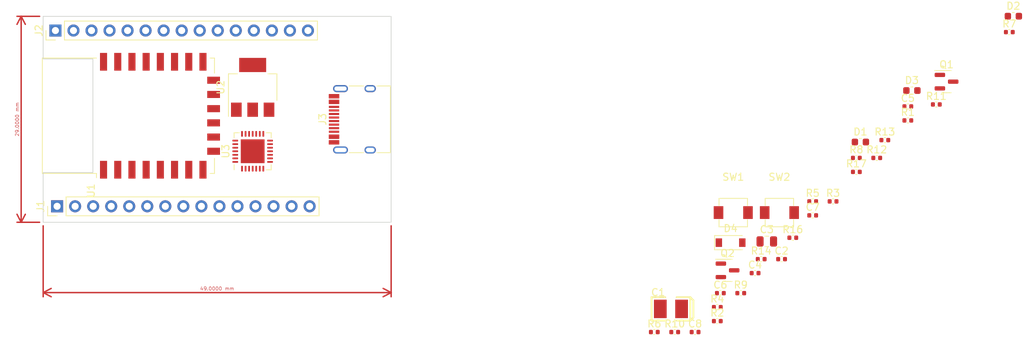
<source format=kicad_pcb>
(kicad_pcb (version 20211014) (generator pcbnew)
  (layers (0 "F.Cu" signal) (31 "B.Cu" signal) (34 "B.Paste" user) (35 "F.Paste" user) (36 "B.SilkS" user "B.Silkscreen") (37 "F.SilkS" user "F.Silkscreen") (38 "B.Mask" user) (39 "F.Mask" user) (44 "Edge.Cuts" user))
  (net 0 "")
  (net 1 "+3V3")
  (net 2 "GND")
  (net 3 "/nRST")
  (net 4 "+5VD")
  (net 5 "/VDDUSB")
  (net 6 "/GPIO16")
  (net 7 "Net-(D1-Pad2)")
  (net 8 "/TXD")
  (net 9 "Net-(D2-Pad2)")
  (net 10 "/RXD")
  (net 11 "Net-(D3-Pad2)")
  (net 12 "/ADC EX")
  (net 13 "/ADC")
  (net 15 "/GPIO10")
  (net 16 "/GPIO9")
  (net 17 "/SPI_INT")
  (net 18 "/SPI_MOSI")
  (net 19 "/SPI_MISO")
  (net 20 "/SPI_CLK")
  (net 21 "/EN")
  (net 22 "/GPIO5")
  (net 23 "/GPIO4")
  (net 24 "/GPIO0")
  (net 25 "/GPIO2")
  (net 26 "/GPIO14")
  (net 27 "/GPIO12")
  (net 28 "/GPIO13")
  (net 29 "/GPIO15")
  (net 31 "Net-(J3-PadA6)")
  (net 32 "Net-(J3-PadA7)")
  (net 36 "Net-(Q1-Pad1)")
  (net 37 "Net-(Q1-Pad2)")
  (net 38 "Net-(Q2-Pad1)")
  (net 39 "Net-(Q2-Pad2)")
  (net 40 "Net-(R7-Pad2)")
  (net 41 "Net-(R9-Pad2)")
  (net 42 "/DCD")
  (net 43 "/RI")
  (net 45 "Net-(R13-Pad2)")
  (net 46 "/ACTIVE")
  (net 48 "/CTS")
  (net 49 "/DSR")
  (footprint "Package_TO_SOT_SMD:SOT-23" (layer "F.Cu") (at 185.3684 133.768)
    (fp_text reference "Q2" (at 0 -2.4) (layer "F.SilkS"))
    (fp_text value "q2")
    (fp_line (start 0 -1.56) (end 0.65 -1.56) (layer "F.SilkS") (width 0.12))
    (fp_line (start 0 1.56) (end 0.65 1.56) (layer "F.SilkS") (width 0.12))
    (fp_line (start 0 -1.56) (end -1.675 -1.56) (layer "F.SilkS") (width 0.12))
    (fp_line (start 0 1.56) (end -0.65 1.56) (layer "F.SilkS") (width 0.12))
    (pad "1" smd roundrect (at -0.9375 -0.95) (size 1.475 0.6) (layers "F.Cu" "F.Paste" "F.Mask") (net 38 "Net-(Q2-Pad1)"))
    (pad "2" smd roundrect (at -0.9375 0.95) (size 1.475 0.6) (layers "F.Cu" "F.Paste" "F.Mask") (net 39 "Net-(Q2-Pad2)"))
    (pad "3" smd roundrect (at 0.9375 0) (size 1.475 0.6) (layers "F.Cu" "F.Paste" "F.Mask") (net 24 "/GPIO0"))
  )
  (footprint "Capacitor_SMD:C_0402_1005Metric" (layer "F.Cu") (at 210.7584 110.688)
    (fp_text reference "C5" (at 0 -1.16) (layer "F.SilkS"))
    (fp_text value "10uf")
    (fp_line (start -0.107836 0.36) (end 0.107836 0.36) (layer "F.SilkS") (width 0.12))
    (fp_line (start -0.107836 -0.36) (end 0.107836 -0.36) (layer "F.SilkS") (width 0.12))
    (pad "1" smd roundrect (at -0.48 0) (size 0.56 0.62) (layers "F.Cu" "F.Paste" "F.Mask") (net 1 "+3V3"))
    (pad "2" smd roundrect (at 0.48 0) (size 0.56 0.62) (layers "F.Cu" "F.Paste" "F.Mask") (net 2 "GND"))
  )
  (footprint "Capacitor_SMD:C_0603_1608Metric" (layer "F.Cu") (at 211.3284 108.448)
    (fp_text reference "D3" (at 0 -1.43) (layer "F.SilkS"))
    (fp_text value "RXD")
    (fp_line (start -0.14058 -0.51) (end 0.14058 -0.51) (layer "F.SilkS") (width 0.12))
    (fp_line (start -0.14058 0.51) (end 0.14058 0.51) (layer "F.SilkS") (width 0.12))
    (pad "1" smd roundrect (at -0.775 0) (size 0.9 0.95) (layers "F.Cu" "F.Paste" "F.Mask") (net 10 "/RXD"))
    (pad "2" smd roundrect (at 0.775 0) (size 0.9 0.95) (layers "F.Cu" "F.Paste" "F.Mask") (net 11 "Net-(D3-Pad2)"))
  )
  (footprint "Capacitor_SMD:C_0402_1005Metric" (layer "F.Cu") (at 189.2484 134.158)
    (fp_text reference "C4" (at 0 -1.16) (layer "F.SilkS"))
    (fp_text value "10uf")
    (fp_line (start -0.107836 0.36) (end 0.107836 0.36) (layer "F.SilkS") (width 0.12))
    (fp_line (start -0.107836 -0.36) (end 0.107836 -0.36) (layer "F.SilkS") (width 0.12))
    (pad "1" smd roundrect (at -0.48 0) (size 0.56 0.62) (layers "F.Cu" "F.Paste" "F.Mask") (net 1 "+3V3"))
    (pad "2" smd roundrect (at 0.48 0) (size 0.56 0.62) (layers "F.Cu" "F.Paste" "F.Mask") (net 2 "GND"))
  )
  (footprint "Capacitor_SMD:C_0402_1005Metric" (layer "F.Cu") (at 183.9284 140.918)
    (fp_text reference "R2" (at 0 -1.16) (layer "F.SilkS"))
    (fp_text value "470")
    (fp_line (start -0.107836 -0.36) (end 0.107836 -0.36) (layer "F.SilkS") (width 0.12))
    (fp_line (start -0.107836 0.36) (end 0.107836 0.36) (layer "F.SilkS") (width 0.12))
    (pad "1" smd roundrect (at -0.48 0) (size 0.56 0.62) (layers "F.Cu" "F.Paste" "F.Mask") (net 1 "+3V3"))
    (pad "2" smd roundrect (at 0.48 0) (size 0.56 0.62) (layers "F.Cu" "F.Paste" "F.Mask") (net 7 "Net-(D1-Pad2)"))
  )
  (footprint "Capacitor_SMD:C_0402_1005Metric" (layer "F.Cu") (at 200.2284 124.058)
    (fp_text reference "R3" (at 0 -1.16) (layer "F.SilkS"))
    (fp_text value "12K")
    (fp_line (start -0.107836 -0.36) (end 0.107836 -0.36) (layer "F.SilkS") (width 0.12))
    (fp_line (start -0.107836 0.36) (end 0.107836 0.36) (layer "F.SilkS") (width 0.12))
    (pad "1" smd roundrect (at -0.48 0) (size 0.56 0.62) (layers "F.Cu" "F.Paste" "F.Mask") (net 25 "/GPIO2"))
    (pad "2" smd roundrect (at 0.48 0) (size 0.56 0.62) (layers "F.Cu" "F.Paste" "F.Mask") (net 1 "+3V3"))
  )
  (footprint "myFootPrint:SMD,3x4x2mm" (layer "F.Cu") (at 186.1734 125.633)
    (fp_text reference "SW1" (at 0 -5 unlocked) (layer "F.SilkS"))
    (fp_text value "SW_Push")
    (fp_line (start 2 2) (end 2 1) (layer "F.SilkS") (width 0.12))
    (fp_line (start 2 -2) (end 2 -1) (layer "F.SilkS") (width 0.12))
    (fp_line (start -2 1) (end -2 2) (layer "F.SilkS") (width 0.12))
    (fp_line (start -2 2) (end 2 2) (layer "F.SilkS") (width 0.12))
    (fp_line (start -2 -1) (end -2 -2) (layer "F.SilkS") (width 0.12))
    (fp_line (start -2 -2) (end 2 -2) (layer "F.SilkS") (width 0.12))
    (pad "1" smd rect (at -2.075 0) (size 1.35 1.8) (property pad_prop_bga) (layers "F.Cu" "F.Paste" "F.Mask") (net 40 "Net-(R7-Pad2)"))
    (pad "2" smd rect (at 2.075 0) (size 1.35 1.8) (property pad_prop_bga) (layers "F.Cu" "F.Paste" "F.Mask") (net 2 "GND"))
  )
  (footprint "myFootPrint:SMD,3x4x2mm" (layer "F.Cu") (at 192.6734 125.633)
    (fp_text reference "SW2" (at 0 -5 unlocked) (layer "F.SilkS"))
    (fp_text value "SW_Push")
    (fp_line (start 2 -2) (end 2 -1) (layer "F.SilkS") (width 0.12))
    (fp_line (start 2 2) (end 2 1) (layer "F.SilkS") (width 0.12))
    (fp_line (start -2 -1) (end -2 -2) (layer "F.SilkS") (width 0.12))
    (fp_line (start -2 2) (end 2 2) (layer "F.SilkS") (width 0.12))
    (fp_line (start -2 1) (end -2 2) (layer "F.SilkS") (width 0.12))
    (fp_line (start -2 -2) (end 2 -2) (layer "F.SilkS") (width 0.12))
    (pad "1" smd rect (at -2.075 0) (size 1.35 1.8) (property pad_prop_bga) (layers "F.Cu" "F.Paste" "F.Mask") (net 41 "Net-(R9-Pad2)"))
    (pad "2" smd rect (at 2.075 0) (size 1.35 1.8) (property pad_prop_bga) (layers "F.Cu" "F.Paste" "F.Mask") (net 2 "GND"))
  )
  (footprint "Capacitor_SMD:C_0402_1005Metric" (layer "F.Cu") (at 184.3584 136.978)
    (fp_text reference "C6" (at 0 -1.16) (layer "F.SilkS"))
    (fp_text value "100nf")
    (fp_line (start -0.107836 0.36) (end 0.107836 0.36) (layer "F.SilkS") (width 0.12))
    (fp_line (start -0.107836 -0.36) (end 0.107836 -0.36) (layer "F.SilkS") (width 0.12))
    (pad "1" smd roundrect (at -0.48 0) (size 0.56 0.62) (layers "F.Cu" "F.Paste" "F.Mask") (net 1 "+3V3"))
    (pad "2" smd roundrect (at 0.48 0) (size 0.56 0.62) (layers "F.Cu" "F.Paste" "F.Mask") (net 2 "GND"))
  )
  (footprint "Connector_PinHeader_2.54mm:PinHeader_1x15_P2.54mm_Vertical" (layer "F.Cu") (at 90.725 100 90)
    (fp_text reference "J2" (at 0 -2.33 90) (layer "F.SilkS"))
    (fp_text value "J1")
    (fp_line (start -1.33 -1.33) (end 0 -1.33) (layer "F.SilkS") (width 0.12))
    (fp_line (start -1.33 1.27) (end 1.33 1.27) (layer "F.SilkS") (width 0.12))
    (fp_line (start -1.33 36.89) (end 1.33 36.89) (layer "F.SilkS") (width 0.12))
    (fp_line (start -1.33 1.27) (end -1.33 36.89) (layer "F.SilkS") (width 0.12))
    (fp_line (start 1.33 1.27) (end 1.33 36.89) (layer "F.SilkS") (width 0.12))
    (fp_line (start -1.33 0) (end -1.33 -1.33) (layer "F.SilkS") (width 0.12))
    (pad "1" thru_hole rect (at 0 0 90) (size 1.7 1.7) (drill 1) (layers *.Cu *.Mask) (net 6 "/GPIO16"))
    (pad "2" thru_hole oval (at 0 2.54 90) (size 1.7 1.7) (drill 1) (layers *.Cu *.Mask) (net 22 "/GPIO5"))
    (pad "3" thru_hole oval (at 0 5.08 90) (size 1.7 1.7) (drill 1) (layers *.Cu *.Mask) (net 23 "/GPIO4"))
    (pad "4" thru_hole oval (at 0 7.62 90) (size 1.7 1.7) (drill 1) (layers *.Cu *.Mask) (net 24 "/GPIO0"))
    (pad "5" thru_hole oval (at 0 10.16 90) (size 1.7 1.7) (drill 1) (layers *.Cu *.Mask) (net 25 "/GPIO2"))
    (pad "6" thru_hole oval (at 0 12.7 90) (size 1.7 1.7) (drill 1) (layers *.Cu *.Mask) (net 1 "+3V3"))
    (pad "7" thru_hole oval (at 0 15.24 90) (size 1.7 1.7) (drill 1) (layers *.Cu *.Mask) (net 2 "GND"))
    (pad "8" thru_hole oval (at 0 17.78 90) (size 1.7 1.7) (drill 1) (layers *.Cu *.Mask) (net 26 "/GPIO14"))
    (pad "9" thru_hole oval (at 0 20.32 90) (size 1.7 1.7) (drill 1) (layers *.Cu *.Mask) (net 27 "/GPIO12"))
    (pad "10" thru_hole oval (at 0 22.86 90) (size 1.7 1.7) (drill 1) (layers *.Cu *.Mask) (net 28 "/GPIO13"))
    (pad "11" thru_hole oval (at 0 25.4 90) (size 1.7 1.7) (drill 1) (layers *.Cu *.Mask) (net 29 "/GPIO15"))
    (pad "12" thru_hole oval (at 0 27.94 90) (size 1.7 1.7) (drill 1) (layers *.Cu *.Mask) (net 10 "/RXD"))
    (pad "13" thru_hole oval (at 0 30.48 90) (size 1.7 1.7) (drill 1) (layers *.Cu *.Mask) (net 8 "/TXD"))
    (pad "14" thru_hole oval (at 0 33.02 90) (size 1.7 1.7) (drill 1) (layers *.Cu *.Mask) (net 2 "GND"))
    (pad "15" thru_hole oval (at 0 35.56 90) (size 1.7 1.7) (drill 1) (layers *.Cu *.Mask) (net 1 "+3V3"))
  )
  (footprint "Capacitor_SMD:C_0402_1005Metric" (layer "F.Cu") (at 194.5584 129.178)
    (fp_text reference "R16" (at 0 -1.16) (layer "F.SilkS"))
    (fp_text value "220K(1%)")
    (fp_line (start -0.107836 -0.36) (end 0.107836 -0.36) (layer "F.SilkS") (width 0.12))
    (fp_line (start -0.107836 0.36) (end 0.107836 0.36) (layer "F.SilkS") (width 0.12))
    (pad "1" smd roundrect (at -0.48 0) (size 0.56 0.62) (layers "F.Cu" "F.Paste" "F.Mask") (net 13 "/ADC"))
    (pad "2" smd roundrect (at 0.48 0) (size 0.56 0.62) (layers "F.Cu" "F.Paste" "F.Mask") (net 12 "/ADC EX"))
  )
  (footprint "lc_lib:CASE-B_3528" (layer "F.Cu") (at 177.4 139.2)
    (fp_text reference "C1" (at -1.800219 -2.326276) (layer "F.SilkS"))
    (fp_text value "100uf")
    (fp_line (start 0.8 -1.65) (end 2.727 -1.65) (layer "F.SilkS") (width 0.254))
    (fp_line (start 3.163 1.2) (end 3.163 -1.2) (layer "F.SilkS") (width 0.254))
    (fp_line (start 0.8 1.65) (end 2.727 1.65) (layer "F.SilkS") (width 0.254))
    (fp_line (start 2.727 1.65) (end 2.727 -1.65) (layer "F.SilkS") (width 0.254))
    (fp_line (start -2.727 -1.65) (end -0.8 -1.65) (layer "F.SilkS") (width 0.254))
    (fp_line (start 2.727 -1.65) (end 3.163 -1.2) (layer "F.SilkS") (width 0.254))
    (fp_line (start -2.727 1.65) (end -0.8 1.65) (layer "F.SilkS") (width 0.254))
    (fp_line (start -2.727 1.65) (end -2.727 -1.65) (layer "F.SilkS") (width 0.254))
    (fp_line (start 2.727 1.65) (end 3.163 1.2) (layer "F.SilkS") (width 0.254))
    (pad "1" smd rect locked (at 1.5 0 180) (size 1.8 2.6) (layers "F.Cu" "F.Paste" "F.Mask") (net 1 "+3V3"))
    (pad "2" smd rect locked (at -1.5 0 180) (size 1.8 2.6) (layers "F.Cu" "F.Paste" "F.Mask") (net 2 "GND"))
  )
  (footprint "Capacitor_SMD:C_0603_1608Metric" (layer "F.Cu") (at 204.0784 115.698)
    (fp_text reference "D1" (at 0 -1.43) (layer "F.SilkS"))
    (fp_text value "3.3")
    (fp_line (start -0.14058 -0.51) (end 0.14058 -0.51) (layer "F.SilkS") (width 0.12))
    (fp_line (start -0.14058 0.51) (end 0.14058 0.51) (layer "F.SilkS") (width 0.12))
    (pad "1" smd roundrect (at -0.775 0) (size 0.9 0.95) (layers "F.Cu" "F.Paste" "F.Mask") (net 6 "/GPIO16"))
    (pad "2" smd roundrect (at 0.775 0) (size 0.9 0.95) (layers "F.Cu" "F.Paste" "F.Mask") (net 7 "Net-(D1-Pad2)"))
  )
  (footprint "Capacitor_SMD:C_0402_1005Metric" (layer "F.Cu") (at 203.5084 119.908)
    (fp_text reference "R17" (at 0 -1.16) (layer "F.SilkS"))
    (fp_text value "100K(1%)")
    (fp_line (start -0.107836 -0.36) (end 0.107836 -0.36) (layer "F.SilkS") (width 0.12))
    (fp_line (start -0.107836 0.36) (end 0.107836 0.36) (layer "F.SilkS") (width 0.12))
    (pad "1" smd roundrect (at -0.48 0) (size 0.56 0.62) (layers "F.Cu" "F.Paste" "F.Mask") (net 13 "/ADC"))
    (pad "2" smd roundrect (at 0.48 0) (size 0.56 0.62) (layers "F.Cu" "F.Paste" "F.Mask") (net 2 "GND"))
  )
  (footprint "Capacitor_SMD:C_0402_1005Metric" (layer "F.Cu") (at 197.3584 124.058)
    (fp_text reference "R5" (at 0 -1.16) (layer "F.SilkS"))
    (fp_text value "1k")
    (fp_line (start -0.107836 -0.36) (end 0.107836 -0.36) (layer "F.SilkS") (width 0.12))
    (fp_line (start -0.107836 0.36) (end 0.107836 0.36) (layer "F.SilkS") (width 0.12))
    (pad "1" smd roundrect (at -0.48 0) (size 0.56 0.62) (layers "F.Cu" "F.Paste" "F.Mask") (net 1 "+3V3"))
    (pad "2" smd roundrect (at 0.48 0) (size 0.56 0.62) (layers "F.Cu" "F.Paste" "F.Mask") (net 11 "Net-(D3-Pad2)"))
  )
  (footprint "Package_TO_SOT_SMD:SOT-23" (layer "F.Cu") (at 216.2084 107.198)
    (fp_text reference "Q1" (at 0 -2.4) (layer "F.SilkS"))
    (fp_text value "q1")
    (fp_line (start 0 -1.56) (end 0.65 -1.56) (layer "F.SilkS") (width 0.12))
    (fp_line (start 0 1.56) (end -0.65 1.56) (layer "F.SilkS") (width 0.12))
    (fp_line (start 0 1.56) (end 0.65 1.56) (layer "F.SilkS") (width 0.12))
    (fp_line (start 0 -1.56) (end -1.675 -1.56) (layer "F.SilkS") (width 0.12))
    (pad "1" smd roundrect (at -0.9375 -0.95) (size 1.475 0.6) (layers "F.Cu" "F.Paste" "F.Mask") (net 36 "Net-(Q1-Pad1)"))
    (pad "2" smd roundrect (at -0.9375 0.95) (size 1.475 0.6) (layers "F.Cu" "F.Paste" "F.Mask") (net 37 "Net-(Q1-Pad2)"))
    (pad "3" smd roundrect (at 0.9375 0) (size 1.475 0.6) (layers "F.Cu" "F.Paste" "F.Mask") (net 3 "/nRST"))
  )
  (footprint "Capacitor_SMD:C_0402_1005Metric" (layer "F.Cu") (at 197.3584 126.028)
    (fp_text reference "C7" (at 0 -1.16) (layer "F.SilkS"))
    (fp_text value "100nf")
    (fp_line (start -0.107836 0.36) (end 0.107836 0.36) (layer "F.SilkS") (width 0.12))
    (fp_line (start -0.107836 -0.36) (end 0.107836 -0.36) (layer "F.SilkS") (width 0.12))
    (pad "1" smd roundrect (at -0.48 0) (size 0.56 0.62) (layers "F.Cu" "F.Paste" "F.Mask") (net 5 "/VDDUSB"))
    (pad "2" smd roundrect (at 0.48 0) (size 0.56 0.62) (layers "F.Cu" "F.Paste" "F.Mask") (net 2 "GND"))
  )
  (footprint "Diode_SMD:D_SOD-123" (layer "F.Cu") (at 185.7984 129.868)
    (fp_text reference "D4" (at 0 -2) (layer "F.SilkS"))
    (fp_text value "B120-E3")
    (fp_line (start -2.25 1) (end 1.65 1) (layer "F.SilkS") (width 0.12))
    (fp_line (start -2.25 -1) (end 1.65 -1) (layer "F.SilkS") (width 0.12))
    (fp_line (start -2.25 -1) (end -2.25 1) (layer "F.SilkS") (width 0.12))
    (pad "1" smd rect (at -1.65 0) (size 0.9 1.2) (layers "F.Cu" "F.Paste" "F.Mask") (net 4 "+5VD"))
    (pad "2" smd rect (at 1.65 0) (size 0.9 1.2) (layers "F.Cu" "F.Paste" "F.Mask") (net 5 "/VDDUSB"))
  )
  (footprint "Capacitor_SMD:C_0402_1005Metric" (layer "F.Cu") (at 206.3784 117.938)
    (fp_text reference "R12" (at 0 -1.16) (layer "F.SilkS"))
    (fp_text value "12K")
    (fp_line (start -0.107836 -0.36) (end 0.107836 -0.36) (layer "F.SilkS") (width 0.12))
    (fp_line (start -0.107836 0.36) (end 0.107836 0.36) (layer "F.SilkS") (width 0.12))
    (pad "1" smd roundrect (at -0.48 0) (size 0.56 0.62) (layers "F.Cu" "F.Paste" "F.Mask") (net 36 "Net-(Q1-Pad1)"))
    (pad "2" smd roundrect (at 0.48 0) (size 0.56 0.62) (layers "F.Cu" "F.Paste" "F.Mask") (net 39 "Net-(Q2-Pad2)"))
  )
  (footprint "RF_Module:ESP-12E" (layer "F.Cu") (at 101 112 90)
    (fp_text reference "U1" (at -10.56 -5.26 90) (layer "F.SilkS"))
    (fp_text value "ESP-12E")
    (fp_line (start -6 12.12) (end -8.12 12.12) (layer "F.SilkS") (width 0.12))
    (fp_line (start -8.12 12.12) (end -8.12 11.5) (layer "F.SilkS") (width 0.12))
    (fp_line (start 8.12 12.12) (end 6 12.12) (layer "F.SilkS") (width 0.12))
    (fp_line (start -8.12 -4.5) (end -8.12 -12.12) (layer "F.SilkS") (width 0.12))
    (fp_line (start 8.12 -12.12) (end 8.12 -4.5) (layer "F.SilkS") (width 0.12))
    (fp_line (start 8.12 11.5) (end 8.12 12.12) (layer "F.SilkS") (width 0.12))
    (fp_line (start -8.12 -4.5) (end -8.73 -4.5) (layer "F.SilkS") (width 0.12))
    (fp_line (start -8.12 -12.12) (end 8.12 -12.12) (layer "F.SilkS") (width 0.12))
    (pad "1" smd rect (at -7.6 -3.5 90) (size 2.5 1) (layers "F.Cu" "F.Paste" "F.Mask") (net 3 "/nRST"))
    (pad "2" smd rect (at -7.6 -1.5 90) (size 2.5 1) (layers "F.Cu" "F.Paste" "F.Mask") (net 13 "/ADC"))
    (pad "3" smd rect (at -7.6 0.5 90) (size 2.5 1) (layers "F.Cu" "F.Paste" "F.Mask") (net 21 "/EN"))
    (pad "4" smd rect (at -7.6 2.5 90) (size 2.5 1) (layers "F.Cu" "F.Paste" "F.Mask") (net 6 "/GPIO16"))
    (pad "5" smd rect (at -7.6 4.5 90) (size 2.5 1) (layers "F.Cu" "F.Paste" "F.Mask") (net 26 "/GPIO14"))
    (pad "6" smd rect (at -7.6 6.5 90) (size 2.5 1) (layers "F.Cu" "F.Paste" "F.Mask") (net 27 "/GPIO12"))
    (pad "7" smd rect (at -7.6 8.5 90) (size 2.5 1) (layers "F.Cu" "F.Paste" "F.Mask") (net 28 "/GPIO13"))
    (pad "8" smd rect (at -7.6 10.5 90) (size 2.5 1) (layers "F.Cu" "F.Paste" "F.Mask") (net 1 "+3V3"))
    (pad "9" smd rect (at -5 12 90) (size 1 1.8) (layers "F.Cu" "F.Paste" "F.Mask") (net 18 "/SPI_MOSI"))
    (pad "10" smd rect (at -3 12 90) (size 1 1.8) (layers "F.Cu" "F.Paste" "F.Mask") (net 19 "/SPI_MISO"))
    (pad "11" smd rect (at -1 12 90) (size 1 1.8) (layers "F.Cu" "F.Paste" "F.Mask") (net 16 "/GPIO9"))
    (pad "12" smd rect (at 1 12 90) (size 1 1.8) (layers "F.Cu" "F.Paste" "F.Mask") (net 15 "/GPIO10"))
    (pad "13" smd rect (at 3 12 90) (size 1 1.8) (layers "F.Cu" "F.Paste" "F.Mask") (net 17 "/SPI_INT"))
    (pad "14" smd rect (at 5 12 90) (size 1 1.8) (layers "F.Cu" "F.Paste" "F.Mask") (net 20 "/SPI_CLK"))
    (pad "15" smd rect (at 7.6 10.5 90) (size 2.5 1) (layers "F.Cu" "F.Paste" "F.Mask") (net 2 "GND"))
    (pad "16" smd rect (at 7.6 8.5 90) (size 2.5 1) (layers "F.Cu" "F.Paste" "F.Mask") (net 29 "/GPIO15"))
    (pad "17" smd rect (at 7.6 6.5 90) (size 2.5 1) (layers "F.Cu" "F.Paste" "F.Mask") (net 25 "/GPIO2"))
    (pad "18" smd rect (at 7.6 4.5 90) (size 2.5 1) (layers "F.Cu" "F.Paste" "F.Mask") (net 24 "/GPIO0"))
    (pad "19" smd rect (at 7.6 2.5 90) (size 2.5 1) (layers "F.Cu" "F.Paste" "F.Mask") (net 23 "/GPIO4"))
    (pad "20" smd rect (at 7.6 0.5 90) (size 2.5 1) (layers "F.Cu" "F.Paste" "F.Mask") (net 22 "/GPIO5"))
    (pad "21" smd rect (at 7.6 -1.5 90) (size 2.5 1) (layers "F.Cu" "F.Paste" "F.Mask") (net 10 "/RXD"))
    (pad "22" smd rect (at 7.6 -3.5 90) (size 2.5 1) (layers "F.Cu" "F.Paste" "F.Mask") (net 8 "/TXD"))
  )
  (footprint "Package_TO_SOT_SMD:SOT-223" (layer "F.Cu") (at 118.5 108 90)
    (fp_text reference "U2" (at 0 -4.5 90) (layer "F.SilkS"))
    (fp_text value "NCP1117-1.5_SOT223")
    (fp_line (start 1.91 3.41) (end 1.91 2.15) (layer "F.SilkS") (width 0.12))
    (fp_line (start -1.85 3.41) (end 1.91 3.41) (layer "F.SilkS") (width 0.12))
    (fp_line (start -4.1 -3.41) (end 1.91 -3.41) (layer "F.SilkS") (width 0.12))
    (fp_line (start 1.91 -3.41) (end 1.91 -2.15) (layer "F.SilkS") (width 0.12))
    (pad "1" smd rect (at -3.15 -2.3 90) (size 2 1.5) (layers "F.Cu" "F.Paste" "F.Mask") (net 2 "GND"))
    (pad "2" smd rect (at -3.15 0 90) (size 2 1.5) (layers "F.Cu" "F.Paste" "F.Mask") (net 1 "+3V3"))
    (pad "3" smd rect (at -3.15 2.3 90) (size 2 1.5) (layers "F.Cu" "F.Paste" "F.Mask") (net 4 "+5VD"))
    (pad "4" smd rect (at 3.15 0 90) (size 2 3.8) (layers "F.Cu" "F.Paste" "F.Mask"))
  )
  (footprint "Capacitor_SMD:C_0402_1005Metric" (layer "F.Cu") (at 210.7584 112.658)
    (fp_text reference "R1" (at 0 -1.16) (layer "F.SilkS"))
    (fp_text value "12K")
    (fp_line (start -0.107836 0.36) (end 0.107836 0.36) (layer "F.SilkS") (width 0.12))
    (fp_line (start -0.107836 -0.36) (end 0.107836 -0.36) (layer "F.SilkS") (width 0.12))
    (pad "1" smd roundrect (at -0.48 0) (size 0.56 0.62) (layers "F.Cu" "F.Paste" "F.Mask") (net 24 "/GPIO0"))
    (pad "2" smd roundrect (at 0.48 0) (size 0.56 0.62) (layers "F.Cu" "F.Paste" "F.Mask") (net 1 "+3V3"))
  )
  (footprint "Capacitor_SMD:C_0402_1005Metric" (layer "F.Cu") (at 192.9784 132.188)
    (fp_text reference "C2" (at 0 -1.16) (layer "F.SilkS"))
    (fp_text value "100nf")
    (fp_line (start -0.107836 -0.36) (end 0.107836 -0.36) (layer "F.SilkS") (width 0.12))
    (fp_line (start -0.107836 0.36) (end 0.107836 0.36) (layer "F.SilkS") (width 0.12))
    (pad "1" smd roundrect (at -0.48 0) (size 0.56 0.62) (layers "F.Cu" "F.Paste" "F.Mask") (net 2 "GND"))
    (pad "2" smd roundrect (at 0.48 0) (size 0.56 0.62) (layers "F.Cu" "F.Paste" "F.Mask") (net 3 "/nRST"))
  )
  (footprint "Connector_USB:USB_C_Receptacle_HRO_TYPE-C-31-M-12" (layer "F.Cu") (at 134 112.5 90)
    (fp_text reference "J3" (at 0 -5.645 90) (layer "F.SilkS"))
    (fp_text value "usbc")
    (fp_line (start -4.7 -1.9) (end -4.7 0.1) (layer "F.SilkS") (width 0.12))
    (fp_line (start -4.7 3.9) (end 4.7 3.9) (layer "F.SilkS") (width 0.12))
    (fp_line (start 4.7 2) (end 4.7 3.9) (layer "F.SilkS") (width 0.12))
    (fp_line (start 4.7 -1.9) (end 4.7 0.1) (layer "F.SilkS") (width 0.12))
    (fp_line (start -4.7 2) (end -4.7 3.9) (layer "F.SilkS") (width 0.12))
    (pad "" np_thru_hole circle (at 2.89 -2.6 90) (size 0.65 0.65) (drill 0.65) (layers *.Cu *.Mask))
    (pad "" np_thru_hole circle (at -2.89 -2.6 90) (size 0.65 0.65) (drill 0.65) (layers *.Cu *.Mask))
    (pad "A1" smd rect (at -3.25 -4.045 90) (size 0.6 1.45) (layers "F.Cu" "F.Paste" "F.Mask") (net 2 "GND"))
    (pad "A4" smd rect (at -2.45 -4.045 90) (size 0.6 1.45) (layers "F.Cu" "F.Paste" "F.Mask") (net 5 "/VDDUSB"))
    (pad "A5" smd rect (at -1.25 -4.045 90) (size 0.3 1.45) (layers "F.Cu" "F.Paste" "F.Mask"))
    (pad "A6" smd rect (at -0.25 -4.045 90) (size 0.3 1.45) (layers "F.Cu" "F.Paste" "F.Mask") (net 31 "Net-(J3-PadA6)"))
    (pad "A7" smd rect (at 0.25 -4.045 90) (size 0.3 1.45) (layers "F.Cu" "F.Paste" "F.Mask") (net 32 "Net-(J3-PadA7)"))
    (pad "A8" smd rect (at 1.25 -4.045 90) (size 0.3 1.45) (layers "F.Cu" "F.Paste" "F.Mask"))
    (pad "A9" smd rect (at 2.45 -4.045 90) (size 0.6 1.45) (layers "F.Cu" "F.Paste" "F.Mask") (net 5 "/VDDUSB"))
    (pad "A12" smd rect (at 3.25 -4.045 90) (size 0.6 1.45) (layers "F.Cu" "F.Paste" "F.Mask") (net 2 "GND"))
    (pad "B1" smd rect (at 3.25 -4.045 90) (size 0.6 1.45) (layers "F.Cu" "F.Paste" "F.Mask") (net 2 "GND"))
    (pad "B4" smd rect (at 2.45 -4.045 90) (size 0.6 1.45) (layers "F.Cu" "F.Paste" "F.Mask") (net 5 "/VDDUSB"))
    (pad "B5" smd rect (at 1.75 -4.045 90) (size 0.3 1.45) (layers "F.Cu" "F.Paste" "F.Mask"))
    (pad "B6" smd rect (at 0.75 -4.045 90) (size 0.3 1.45) (layers "F.Cu" "F.Paste" "F.Mask") (net 31 "Net-(J3-PadA6)"))
    (pad "B7" smd rect (at -0.75 -4.045 90) (size 0.3 1.45) (layers "F.Cu" "F.Paste" "F.Mask") (net 32 "Net-(J3-PadA7)"))
    (pad "B8" smd rect (at -1.75 -4.045 90) (size 0.3 1.45) (layers "F.Cu" "F.Paste" "F.Mask"))
    (pad "B9" smd rect (at -2.45 -4.045 90) (size 0.6 1.45) (layers "F.Cu" "F.Paste" "F.Mask") (net 5 "/VDDUSB"))
    (pad "B12" smd rect (at -3.25 -4.045 90) (size 0.6 1.45) (layers "F.Cu" "F.Paste" "F.Mask") (net 2 "GND"))
    (pad "S1" thru_hole oval (at 4.32 1.05 90) (size 1 1.6) (drill oval 0.6 1.2) (layers *.Cu *.Mask) (net 2 "GND"))
    (pad "S1" thru_hole oval (at -4.32 -3.13 90) (size 1 2.1) (drill oval 0.6 1.7) (layers *.Cu *.Mask) (net 2 "GND"))
    (pad "S1" thru_hole oval (at -4.32 1.05 90) (size 1 1.6) (drill oval 0.6 1.2) (layers *.Cu *.Mask) (net 2 "GND"))
    (pad "S1" thru_hole oval (at 4.32 -3.13 90) (size 1 2.1) (drill oval 0.6 1.7) (layers *.Cu *.Mask) (net 2 "GND"))
  )
  (footprint "Package_DFN_QFN:QFN-28-1EP_5x5mm_P0.5mm_EP3.35x3.35mm" (layer "F.Cu") (at 118.5 117 90)
    (fp_text reference "U3" (at 0 -3.8 90) (layer "F.SilkS"))
    (fp_text value "CP2102-GMR_[C6568]")
    (fp_line (start 1.885 -2.61) (end 2.61 -2.61) (layer "F.SilkS") (width 0.12))
    (fp_line (start 1.885 2.61) (end 2.61 2.61) (layer "F.SilkS") (width 0.12))
    (fp_line (start 2.61 -2.61) (end 2.61 -1.885) (layer "F.SilkS") (width 0.12))
    (fp_line (start -1.885 2.61) (end -2.61 2.61) (layer "F.SilkS") (width 0.12))
    (fp_line (start -1.885 -2.61) (end -2.61 -2.61) (layer "F.SilkS") (width 0.12))
    (fp_line (start 2.61 2.61) (end 2.61 1.885) (layer "F.SilkS") (width 0.12))
    (fp_line (start -2.61 2.61) (end -2.61 1.885) (layer "F.SilkS") (width 0.12))
    (pad "1" smd roundrect (at -2.45 -1.5 90) (size 0.8 0.25) (layers "F.Cu" "F.Paste" "F.Mask") (net 42 "/DCD"))
    (pad "2" smd roundrect (at -2.45 -1 90) (size 0.8 0.25) (layers "F.Cu" "F.Paste" "F.Mask") (net 43 "/RI"))
    (pad "3" smd roundrect (at -2.45 -0.5 90) (size 0.8 0.25) (layers "F.Cu" "F.Paste" "F.Mask") (net 2 "GND"))
    (pad "4" smd roundrect (at -2.45 0 90) (size 0.8 0.25) (layers "F.Cu" "F.Paste" "F.Mask") (net 31 "Net-(J3-PadA6)"))
    (pad "5" smd roundrect (at -2.45 0.5 90) (size 0.8 0.25) (layers "F.Cu" "F.Paste" "F.Mask") (net 32 "Net-(J3-PadA7)"))
    (pad "6" smd roundrect (at -2.45 1 90) (size 0.8 0.25) (layers "F.Cu" "F.Paste" "F.Mask") (net 1 "+3V3"))
    (pad "7" smd roundrect (at -2.45 1.5 90) (size 0.8 0.25) (layers "F.Cu" "F.Paste" "F.Mask") (net 1 "+3V3"))
    (pad "8" smd roundrect (at -1.5 2.45 90) (size 0.25 0.8) (layers "F.Cu" "F.Paste" "F.Mask") (net 5 "/VDDUSB"))
    (pad "9" smd roundrect (at -1 2.45 90) (size 0.25 0.8) (layers "F.Cu" "F.Paste" "F.Mask"))
    (pad "10" smd roundrect (at -0.5 2.45 90) (size 0.25 0.8) (layers "F.Cu" "F.Paste" "F.Mask"))
    (pad "11" smd roundrect (at 0 2.45 90) (size 0.25 0.8) (layers "F.Cu" "F.Paste" "F.Mask") (net 46 "/ACTIVE"))
    (pad "12" smd roundrect (at 0.5 2.45 90) (size 0.25 0.8) (layers "F.Cu" "F.Paste" "F.Mask"))
    (pad "13" smd roundrect (at 1 2.45 90) (size 0.25 0.8) (layers "F.Cu" "F.Paste" "F.Mask"))
    (pad "14" smd roundrect (at 1.5 2.45 90) (size 0.25 0.8) (layers "F.Cu" "F.Paste" "F.Mask"))
    (pad "15" smd roundrect (at 2.45 1.5 90) (size 0.8 0.25) (layers "F.Cu" "F.Paste" "F.Mask"))
    (pad "16" smd roundrect (at 2.45 1 90) (size 0.8 0.25) (layers "F.Cu" "F.Paste" "F.Mask"))
    (pad "17" smd roundrect (at 2.45 0.5 90) (size 0.8 0.25) (layers "F.Cu" "F.Paste" "F.Mask"))
    (pad "18" smd roundrect (at 2.45 0 90) (size 0.8 0.25) (layers "F.Cu" "F.Paste" "F.Mask"))
    (pad "19" smd roundrect (at 2.45 -0.5 90) (size 0.8 0.25) (layers "F.Cu" "F.Paste" "F.Mask"))
    (pad "20" smd roundrect (at 2.45 -1 90) (size 0.8 0.25) (layers "F.Cu" "F.Paste" "F.Mask"))
    (pad "21" smd roundrect (at 2.45 -1.5 90) (size 0.8 0.25) (layers "F.Cu" "F.Paste" "F.Mask"))
    (pad "22" smd roundrect (at 1.5 -2.45 90) (size 0.25 0.8) (layers "F.Cu" "F.Paste" "F.Mask"))
    (pad "23" smd roundrect (at 1 -2.45 90) (size 0.25 0.8) (layers "F.Cu" "F.Paste" "F.Mask") (net 48 "/CTS"))
    (pad "24" smd roundrect (at 0.5 -2.45 90) (size 0.25 0.8) (layers "F.Cu" "F.Paste" "F.Mask") (net 37 "Net-(Q1-Pad2)"))
    (pad "25" smd roundrect (at 0 -2.45 90) (size 0.25 0.8) (layers "F.Cu" "F.Paste" "F.Mask") (net 8 "/TXD"))
    (pad "26" smd roundrect (at -0.5 -2.45 90) (size 0.25 0.8) (layers "F.Cu" "F.Paste" "F.Mask") (net 45 "Net-(R13-Pad2)"))
    (pad "27" smd roundrect (at -1 -2.45 90) (size 0.25 0.8) (layers "F.Cu" "F.Paste" "F.Mask") (net 49 "/DSR"))
    (pad "28" smd roundrect (at -1.5 -2.45 90) (size 0.25 0.8) (layers "F.Cu" "F.Paste" "F.Mask") (net 39 "Net-(Q2-Pad2)"))
    (pad "29" smd rect (at 0 0 90) (size 3.35 3.35) (layers "F.Cu" "F.Mask"))
  )
  (footprint "Capacitor_SMD:C_0402_1005Metric" (layer "F.Cu") (at 177.9284 142.458)
    (fp_text reference "R10" (at 0 -1.16) (layer "F.SilkS"))
    (fp_text value "12K")
    (fp_line (start -0.107836 0.36) (end 0.107836 0.36) (layer "F.SilkS") (width 0.12))
    (fp_line (start -0.107836 -0.36) (end 0.107836 -0.36) (layer "F.SilkS") (width 0.12))
    (pad "1" smd roundrect (at -0.48 0) (size 0.56 0.62) (layers "F.Cu" "F.Paste" "F.Mask") (net 3 "/nRST"))
    (pad "2" smd roundrect (at 0.48 0) (size 0.56 0.62) (layers "F.Cu" "F.Paste" "F.Mask") (net 1 "+3V3"))
  )
  (footprint "Capacitor_SMD:C_0603_1608Metric" (layer "F.Cu") (at 225.6184 97.978)
    (fp_text reference "D2" (at 0 -1.43) (layer "F.SilkS"))
    (fp_text value "TXD")
    (fp_line (start -0.14058 0.51) (end 0.14058 0.51) (layer "F.SilkS") (width 0.12))
    (fp_line (start -0.14058 -0.51) (end 0.14058 -0.51) (layer "F.SilkS") (width 0.12))
    (pad "1" smd roundrect (at -0.775 0) (size 0.9 0.95) (layers "F.Cu" "F.Paste" "F.Mask") (net 8 "/TXD"))
    (pad "2" smd roundrect (at 0.775 0) (size 0.9 0.95) (layers "F.Cu" "F.Paste" "F.Mask") (net 9 "Net-(D2-Pad2)"))
  )
  (footprint "Capacitor_SMD:C_0402_1005Metric" (layer "F.Cu") (at 214.7684 110.408)
    (fp_text reference "R11" (at 0 -1.16) (layer "F.SilkS"))
    (fp_text value "12K")
    (fp_line (start -0.107836 -0.36) (end 0.107836 -0.36) (layer "F.SilkS") (width 0.12))
    (fp_line (start -0.107836 0.36) (end 0.107836 0.36) (layer "F.SilkS") (width 0.12))
    (pad "1" smd roundrect (at -0.48 0) (size 0.56 0.62) (layers "F.Cu" "F.Paste" "F.Mask") (net 29 "/GPIO15"))
    (pad "2" smd roundrect (at 0.48 0) (size 0.56 0.62) (layers "F.Cu" "F.Paste" "F.Mask") (net 2 "GND"))
  )
  (footprint "Capacitor_SMD:C_0805_2012Metric" (layer "F.Cu") (at 190.8984 129.698)
    (fp_text reference "C3" (at 0 -1.68) (layer "F.SilkS"))
    (fp_text value "10uf 25v")
    (fp_line (start -0.261252 -0.735) (end 0.261252 -0.735) (layer "F.SilkS") (width 0.12))
    (fp_line (start -0.261252 0.735) (end 0.261252 0.735) (layer "F.SilkS") (width 0.12))
    (pad "1" smd roundrect (at -0.95 0) (size 1 1.45) (layers "F.Cu" "F.Paste" "F.Mask") (net 4 "+5VD"))
    (pad "2" smd roundrect (at 0.95 0) (size 1 1.45) (layers "F.Cu" "F.Paste" "F.Mask") (net 2 "GND"))
  )
  (footprint "Capacitor_SMD:C_0402_1005Metric" (layer "F.Cu") (at 207.5184 115.428)
    (fp_text reference "R13" (at 0 -1.16) (layer "F.SilkS"))
    (fp_text value "470")
    (fp_line (start -0.107836 -0.36) (end 0.107836 -0.36) (layer "F.SilkS") (width 0.12))
    (fp_line (start -0.107836 0.36) (end 0.107836 0.36) (layer "F.SilkS") (width 0.12))
    (pad "1" smd roundrect (at -0.48 0) (size 0.56 0.62) (layers "F.Cu" "F.Paste" "F.Mask") (net 10 "/RXD"))
    (pad "2" smd roundrect (at 0.48 0) (size 0.56 0.62) (layers "F.Cu" "F.Paste" "F.Mask") (net 45 "Net-(R13-Pad2)"))
  )
  (footprint "Capacitor_SMD:C_0402_1005Metric" (layer "F.Cu") (at 183.9284 138.948)
    (fp_text reference "R4" (at 0 -1.16) (layer "F.SilkS"))
    (fp_text value "1k")
    (fp_line (start -0.107836 -0.36) (end 0.107836 -0.36) (layer "F.SilkS") (width 0.12))
    (fp_line (start -0.107836 0.36) (end 0.107836 0.36) (layer "F.SilkS") (width 0.12))
    (pad "1" smd roundrect (at -0.48 0) (size 0.56 0.62) (layers "F.Cu" "F.Paste" "F.Mask") (net 1 "+3V3"))
    (pad "2" smd roundrect (at 0.48 0) (size 0.56 0.62) (layers "F.Cu" "F.Paste" "F.Mask") (net 9 "Net-(D2-Pad2)"))
  )
  (footprint "Capacitor_SMD:C_0402_1005Metric" (layer "F.Cu") (at 175.0584 142.458)
    (fp_text reference "R6" (at 0 -1.16) (layer "F.SilkS"))
    (fp_text value "12k")
    (fp_line (start -0.107836 0.36) (end 0.107836 0.36) (layer "F.SilkS") (width 0.12))
    (fp_line (start -0.107836 -0.36) (end 0.107836 -0.36) (layer "F.SilkS") (width 0.12))
    (pad "1" smd roundrect (at -0.48 0) (size 0.56 0.62) (layers "F.Cu" "F.Paste" "F.Mask") (net 21 "/EN"))
    (pad "2" smd roundrect (at 0.48 0) (size 0.56 0.62) (layers "F.Cu" "F.Paste" "F.Mask") (net 1 "+3V3"))
  )
  (footprint "Capacitor_SMD:C_0402_1005Metric" (layer "F.Cu") (at 187.2284 136.978)
    (fp_text reference "R9" (at 0 -1.16) (layer "F.SilkS"))
    (fp_text value "470")
    (fp_line (start -0.107836 0.36) (end 0.107836 0.36) (layer "F.SilkS") (width 0.12))
    (fp_line (start -0.107836 -0.36) (end 0.107836 -0.36) (layer "F.SilkS") (width 0.12))
    (pad "1" smd roundrect (at -0.48 0) (size 0.56 0.62) (layers "F.Cu" "F.Paste" "F.Mask") (net 24 "/GPIO0"))
    (pad "2" smd roundrect (at 0.48 0) (size 0.56 0.62) (layers "F.Cu" "F.Paste" "F.Mask") (net 41 "Net-(R9-Pad2)"))
  )
  (footprint "Connector_PinHeader_2.54mm:PinHeader_1x15_P2.54mm_Vertical" (layer "F.Cu") (at 90.96 124.75 90)
    (fp_text reference "J1" (at 0 -2.33 90) (layer "F.SilkS"))
    (fp_text value "J2")
    (fp_line (start 1.33 1.27) (end 1.33 36.89) (layer "F.SilkS") (width 0.12))
    (fp_line (start -1.33 1.27) (end -1.33 36.89) (layer "F.SilkS") (width 0.12))
    (fp_line (start -1.33 -1.33) (end 0 -1.33) (layer "F.SilkS") (width 0.12))
    (fp_line (start -1.33 0) (end -1.33 -1.33) (layer "F.SilkS") (width 0.12))
    (fp_line (start -1.33 36.89) (end 1.33 36.89) (layer "F.SilkS") (width 0.12))
    (fp_line (start -1.33 1.27) (end 1.33 1.27) (layer "F.SilkS") (width 0.12))
    (pad "1" thru_hole rect (at 0 0 90) (size 1.7 1.7) (drill 1) (layers *.Cu *.Mask) (net 12 "/ADC EX"))
    (pad "2" thru_hole oval (at 0 2.54 90) (size 1.7 1.7) (drill 1) (layers *.Cu *.Mask) (net 13 "/ADC"))
    (pad "3" thru_hole oval (at 0 5.08 90) (size 1.7 1.7) (drill 1) (layers *.Cu *.Mask))
    (pad "4" thru_hole oval (at 0 7.62 90) (size 1.7 1.7) (drill 1) (layers *.Cu *.Mask) (net 15 "/GPIO10"))
    (pad "5" thru_hole oval (at 0 10.16 90) (size 1.7 1.7) (drill 1) (layers *.Cu *.Mask) (net 16 "/GPIO9"))
    (pad "6" thru_hole oval (at 0 12.7 90) (size 1.7 1.7) (drill 1) (layers *.Cu *.Mask) (net 17 "/SPI_INT"))
    (pad "7" thru_hole oval (at 0 15.24 90) (size 1.7 1.7) (drill 1) (layers *.Cu *.Mask) (net 18 "/SPI_MOSI"))
    (pad "8" thru_hole oval (at 0 17.78 90) (size 1.7 1.7) (drill 1) (layers *.Cu *.Mask) (net 19 "/SPI_MISO"))
    (pad "9" thru_hole oval (at 0 20.32 90) (size 1.7 1.7) (drill 1) (layers *.Cu *.Mask) (net 20 "/SPI_CLK"))
    (pad "10" thru_hole oval (at 0 22.86 90) (size 1.7 1.7) (drill 1) (layers *.Cu *.Mask) (net 2 "GND"))
    (pad "11" thru_hole oval (at 0 25.4 90) (size 1.7 1.7) (drill 1) (layers *.Cu *.Mask) (net 1 "+3V3"))
    (pad "12" thru_hole oval (at 0 27.94 90) (size 1.7 1.7) (drill 1) (layers *.Cu *.Mask) (net 21 "/EN"))
    (pad "13" thru_hole oval (at 0 30.48 90) (size 1.7 1.7) (drill 1) (layers *.Cu *.Mask) (net 3 "/nRST"))
    (pad "14" thru_hole oval (at 0 33.02 90) (size 1.7 1.7) (drill 1) (layers *.Cu *.Mask) (net 2 "GND"))
    (pad "15" thru_hole oval (at 0 35.56 90) (size 1.7 1.7) (drill 1) (layers *.Cu *.Mask) (net 5 "/VDDUSB"))
  )
  (footprint "Capacitor_SMD:C_0402_1005Metric" (layer "F.Cu") (at 203.5084 117.938)
    (fp_text reference "R8" (at 0 -1.16) (layer "F.SilkS"))
    (fp_text value "470")
    (fp_line (start -0.107836 -0.36) (end 0.107836 -0.36) (layer "F.SilkS") (width 0.12))
    (fp_line (start -0.107836 0.36) (end 0.107836 0.36) (layer "F.SilkS") (width 0.12))
    (pad "1" smd roundrect (at -0.48 0) (size 0.56 0.62) (layers "F.Cu" "F.Paste" "F.Mask") (net 3 "/nRST"))
    (pad "2" smd roundrect (at 0.48 0) (size 0.56 0.62) (layers "F.Cu" "F.Paste" "F.Mask") (net 40 "Net-(R7-Pad2)"))
  )
  (footprint "Capacitor_SMD:C_0402_1005Metric" (layer "F.Cu") (at 190.1084 132.188)
    (fp_text reference "R14" (at 0 -1.16) (layer "F.SilkS"))
    (fp_text value "12K")
    (fp_line (start -0.107836 -0.36) (end 0.107836 -0.36) (layer "F.SilkS") (width 0.12))
    (fp_line (start -0.107836 0.36) (end 0.107836 0.36) (layer "F.SilkS") (width 0.12))
    (pad "1" smd roundrect (at -0.48 0) (size 0.56 0.62) (layers "F.Cu" "F.Paste" "F.Mask") (net 38 "Net-(Q2-Pad1)"))
    (pad "2" smd roundrect (at 0.48 0) (size 0.56 0.62) (layers "F.Cu" "F.Paste" "F.Mask") (net 37 "Net-(Q1-Pad2)"))
  )
  (footprint "Capacitor_SMD:C_0402_1005Metric" (layer "F.Cu") (at 180.7984 142.458)
    (fp_text reference "C8" (at 0 -1.16) (layer "F.SilkS"))
    (fp_text value "10uf")
    (fp_line (start -0.107836 0.36) (end 0.107836 0.36) (layer "F.SilkS") (width 0.12))
    (fp_line (start -0.107836 -0.36) (end 0.107836 -0.36) (layer "F.SilkS") (width 0.12))
    (pad "1" smd roundrect (at -0.48 0) (size 0.56 0.62) (layers "F.Cu" "F.Paste" "F.Mask") (net 5 "/VDDUSB"))
    (pad "2" smd roundrect (at 0.48 0) (size 0.56 0.62) (layers "F.Cu" "F.Paste" "F.Mask") (net 2 "GND"))
  )
  (footprint "Capacitor_SMD:C_0402_1005Metric" (layer "F.Cu") (at 225.0484 100.218)
    (fp_text reference "R7" (at 0 -1.16) (layer "F.SilkS"))
    (fp_text value "0")
    (fp_line (start -0.107836 0.36) (end 0.107836 0.36) (layer "F.SilkS") (width 0.12))
    (fp_line (start -0.107836 -0.36) (end 0.107836 -0.36) (layer "F.SilkS") (width 0.12))
    (pad "1" smd roundrect (at -0.48 0) (size 0.56 0.62) (layers "F.Cu" "F.Paste" "F.Mask") (net 6 "/GPIO16"))
    (pad "2" smd roundrect (at 0.48 0) (size 0.56 0.62) (layers "F.Cu" "F.Paste" "F.Mask") (net 40 "Net-(R7-Pad2)"))
  )
  (gr_poly (pts (xy 138 127) (xy 89 127) (xy 89 120) (xy 96 120) (xy 96 104) (xy 89 104) (xy 89 98) (xy 138 98)) (layer "Edge.Cuts") (width 0.1) (fill none))
  (dimension (type aligned) (layer "F.Cu") (pts (xy 89 98) (xy 89 127)) (height 3.1) (gr_text "29.0000 mm" (at 85.35 112.5 90) (layer "F.Cu") (effects (font (size 0.5 0.5) (thickness 0.05)))) (format (units 3) (units_format 1) (precision 4)) (style (thickness 0.2) (arrow_length 1.27) (text_position_mode 0) (extension_height 0.58642) (extension_offset 0.5) keep_text_aligned))
  (dimension (type aligned) (layer "F.Cu") (pts (xy 138 127) (xy 89 127)) (height -9.9) (gr_text "49.0000 mm" (at 113.5 136.35) (layer "F.Cu") (effects (font (size 0.5 0.5) (thickness 0.05)))) (format (units 3) (units_format 1) (precision 4)) (style (thickness 0.2) (arrow_length 1.27) (text_position_mode 0) (extension_height 0.58642) (extension_offset 0.5) keep_text_aligned))
)
</source>
